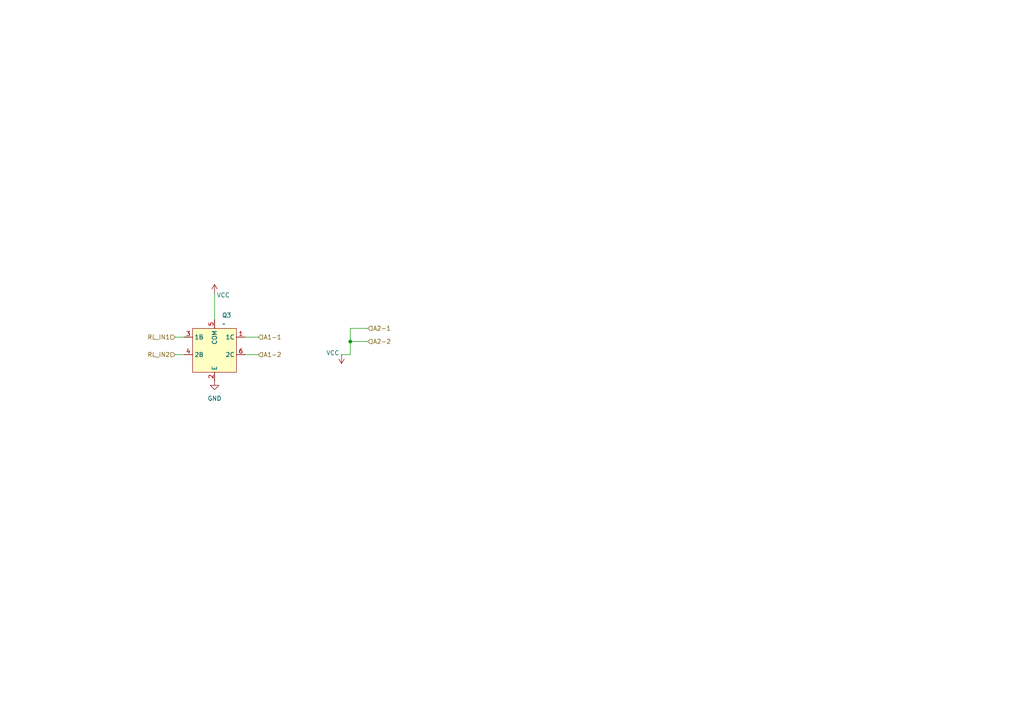
<source format=kicad_sch>
(kicad_sch (version 20250114) (generator "eeschema") (generator_version "9.0")
  (paper "A4")
  (lib_symbols
    (symbol "Riqi_Parts:LANKE LK1802"
      (property "Reference" "Q" (at -2.286 -16.764 0))
      (symbol "LANKE LK1802_1_1"
        (rectangle (start -2.54 -2.54) (end 10.16 -15.24) (fill (type background)))
        (pin input line (at -5.08 -5.08 0) (length 2.54) (name "1B") (number "3"))
        (pin input line (at -5.08 -10.16 0) (length 2.54) (name "2B") (number "4"))
        (pin passive line (at 3.81 0 270) (length 2.54) (name "COM") (number "5"))
        (pin passive line (at 3.81 -17.78 90) (length 2.54) (name "E") (number "2"))
        (pin open_collector line (at 12.7 -5.08 180) (length 2.54) (name "1C") (number "1"))
        (pin open_collector line (at 12.7 -10.16 180) (length 2.54) (name "2C") (number "6"))
      )
    )
    (symbol "power:+3.3V" (power) (pin_numbers (hide yes)) (pin_names (offset 0) (hide yes))
      (property "Value" "+3.3V" (at 0 3.556 0))
      (symbol "+3.3V_0_1"
        (polyline (pts (xy -0.762 1.27) (xy 0 2.54)))
        (polyline (pts (xy 0 2.54) (xy 0.762 1.27)))
        (polyline (pts (xy 0 0) (xy 0 2.54)))
      )
      (symbol "+3.3V_1_1"
        (pin power_in line (at 0 0 90) (length 0) (name "~") (number "1"))
      )
    )
    (symbol "power:GND" (power) (pin_numbers (hide yes)) (pin_names (offset 0) (hide yes))
      (property "Value" "GND" (at 0 -3.81 0))
      (symbol "GND_0_1"
        (polyline (pts (xy 0 0) (xy 0 -1.27) (xy 1.27 -1.27) (xy 0 -2.54) (xy -1.27 -1.27) (xy 0 -1.27)))
      )
      (symbol "GND_1_1"
        (pin power_in line (at 0 0 270) (length 0) (name "~") (number "1"))
      )
    )
  )
  (junction (at 101.6 99.06))
  (wire (pts (xy 74.93 97.79) (xy 71.12 97.79)))
  (wire (pts (xy 62.23 85.09) (xy 62.23 92.71)))
  (wire (pts (xy 50.8 102.87) (xy 53.34 102.87)))
  (wire (pts (xy 101.6 95.25) (xy 101.6 99.06)))
  (wire (pts (xy 50.8 97.79) (xy 54.61 97.79)))
  (wire (pts (xy 99.06 102.87) (xy 101.6 102.87)))
  (wire (pts (xy 101.6 99.06) (xy 101.6 102.87)))
  (wire (pts (xy 106.68 95.25) (xy 101.6 95.25)))
  (wire (pts (xy 101.6 99.06) (xy 106.68 99.06)))
  (wire (pts (xy 71.12 102.87) (xy 74.93 102.87)))
  (hierarchical_label "A2-2" (shape input) (at 106.68 99.06 0))
  (hierarchical_label "RL_IN1" (shape input) (at 50.8 97.79 180))
  (hierarchical_label "A1-1" (shape input) (at 74.93 97.79 0))
  (hierarchical_label "A2-1" (shape input) (at 106.68 95.25 0))
  (hierarchical_label "RL_IN2" (shape input) (at 50.8 102.87 180))
  (hierarchical_label "A1-2" (shape input) (at 74.93 102.87 0))
  (symbol (lib_id "power:+3.3V") (at 99.06 102.87 180) (unit 1)
    (property "Reference" "#PWR031" (effects (hide yes)))
    (property "Value" "VCC" (at 96.52 102.362 0))
    (property "Description" "Power symbol creates a global label with name \"+3.3V\"" (effects (hide yes)))
  )
  (symbol (lib_id "Riqi_Parts:LANKE LK1802") (at 58.42 92.71 0) (unit 1)
    (property "Reference" "Q3" (at 64.3733 91.44 0) (effects (justify left)))
    (property "Value" "~" (at 64.3733 93.98 0) (effects (justify left)))
    (property "LCSC#" "C2984831" (effects (hide yes)))
  )
  (symbol (lib_id "power:GND") (at 62.23 110.49 0) (unit 1)
    (property "Reference" "#PWR018" (effects (hide yes)))
    (property "Value" "GND" (at 62.23 115.57 0))
    (property "Description" "Power symbol creates a global label with name \"GND\" , ground" (effects (hide yes)))
  )
  (symbol (lib_id "power:+3.3V") (at 62.23 85.09 0) (unit 1)
    (property "Reference" "#PWR016" (effects (hide yes)))
    (property "Value" "VCC" (at 64.77 85.598 0))
    (property "Description" "Power symbol creates a global label with name \"+3.3V\"" (effects (hide yes)))
  )
)
</source>
